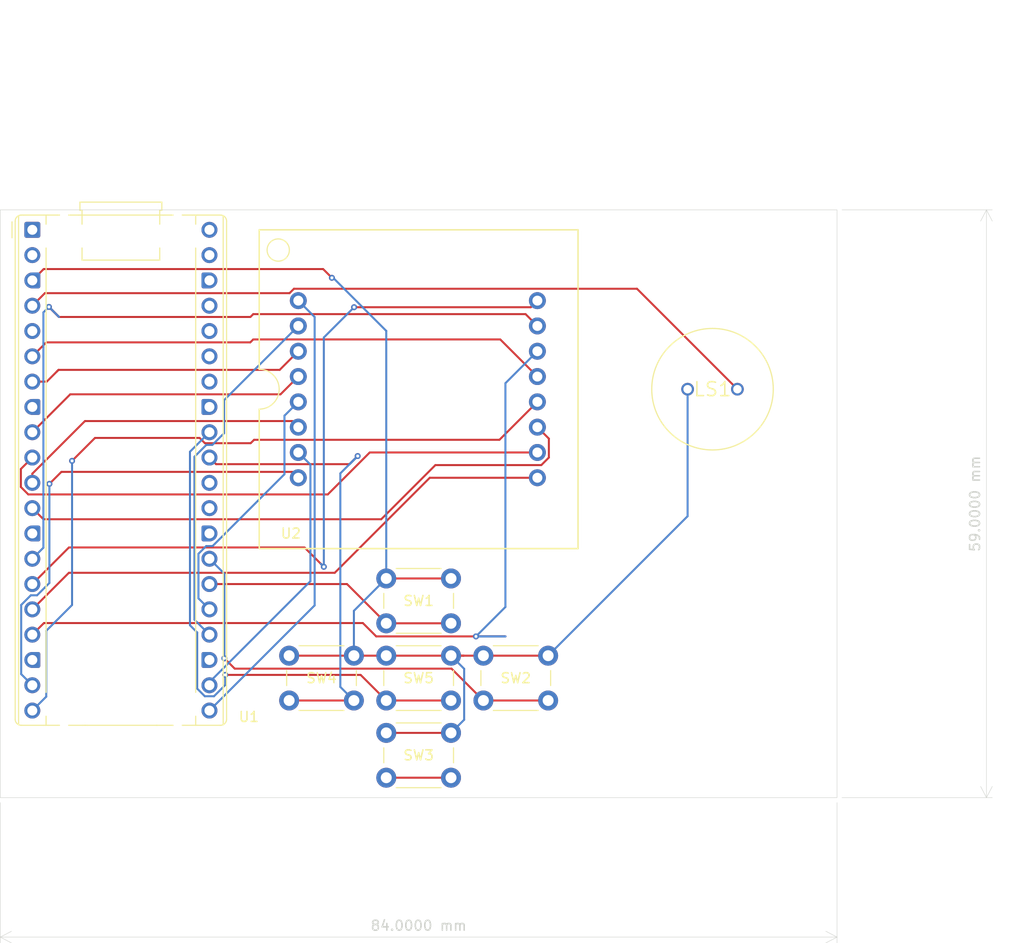
<source format=kicad_pcb>
(kicad_pcb (version 20240108) (generator "pcbnew") (generator_version "8.0")
  (layers (0 "F.Cu" signal) (31 "B.Cu" signal) (34 "B.Paste" user) (35 "F.Paste" user) (36 "B.SilkS" user "B.Silkscreen") (37 "F.SilkS" user "F.Silkscreen") (38 "B.Mask" user) (39 "F.Mask" user) (44 "Edge.Cuts" user))
  (net 0 "")
  (net 1 "GND")
  (net 2 "GP20")
  (net 3 "GP21")
  (net 4 "GP22")
  (net 5 "GP26")
  (net 6 "GP27")
  (net 8 "GP12")
  (net 9 "GP2")
  (net 15 "GP13")
  (net 18 "GP14")
  (net 20 "GP6")
  (net 21 "GP5")
  (net 23 "GP19")
  (net 24 "GP10")
  (net 25 "GP7")
  (net 26 "GP17")
  (net 27 "GP18")
  (net 30 "GP9")
  (net 32 "GP16")
  (net 36 "GP15")
  (net 37 "GP11")
  (net 38 "GP8")
  (net 41 "GP4")
  (footprint "Button_Switch_THT:SW_PUSH_6mm" (layer "F.Cu") (at 72.75 90.5)
    (property "Reference" "SW3" (at 3.25 2.25 0) (layer "F.SilkS"))
    (property "Value" "SW_Push" (hide yes))
    (fp_line (start -0.25 1.5) (end -0.25 3) (stroke (width 0.12)) (layer "F.SilkS"))
    (fp_line (start 1 5.5) (end 5.5 5.5) (stroke (width 0.12)) (layer "F.SilkS"))
    (fp_line (start 5.5 -1) (end 1 -1) (stroke (width 0.12)) (layer "F.SilkS"))
    (fp_line (start 6.75 3) (end 6.75 1.5) (stroke (width 0.12)) (layer "F.SilkS"))
    (pad "1" thru_hole circle (at 0 0 90) (size 2 2) (drill 1.1) (layers "*.Cu" "*.Mask") (net 1 "GND"))
    (pad "1" thru_hole circle (at 6.5 0 90) (size 2 2) (drill 1.1) (layers "*.Cu" "*.Mask") (net 1 "GND"))
    (pad "2" thru_hole circle (at 0 4.5 90) (size 2 2) (drill 1.1) (layers "*.Cu" "*.Mask") (net 4 "GP22"))
    (pad "2" thru_hole circle (at 6.5 4.5 90) (size 2 2) (drill 1.1) (layers "*.Cu" "*.Mask") (net 4 "GP22"))
  )
  (footprint "PS1240P02BT Model:XDCR_PS1240P02BT" (layer "F.Cu") (at 105.5 56)
    (property "Reference" "LS1" (at 0 0 0) (layer "F.SilkS") (effects (font (size 1.4 1.4))))
    (property "Value" "PS1240P02BT" (hide yes))
    (fp_circle (center 0 0) (end 6.1 0) (stroke (width 0.127)) (fill none) (layer "F.SilkS"))
    (pad "1" thru_hole circle (at -2.5 0) (size 1.28 1.28) (drill 0.85) (layers "*.Cu" "*.Mask") (net 1 "GND"))
    (pad "2" thru_hole circle (at 2.5 0) (size 1.28 1.28) (drill 0.85) (layers "*.Cu" "*.Mask") (net 9 "GP2"))
  )
  (footprint "Button_Switch_THT:SW_PUSH_6mm" (layer "F.Cu") (at 72.75 75)
    (property "Reference" "SW1" (at 3.25 2.25 0) (layer "F.SilkS"))
    (property "Value" "SW_Push" (hide yes))
    (fp_line (start -0.25 1.5) (end -0.25 3) (stroke (width 0.12)) (layer "F.SilkS"))
    (fp_line (start 1 5.5) (end 5.5 5.5) (stroke (width 0.12)) (layer "F.SilkS"))
    (fp_line (start 5.5 -1) (end 1 -1) (stroke (width 0.12)) (layer "F.SilkS"))
    (fp_line (start 6.75 3) (end 6.75 1.5) (stroke (width 0.12)) (layer "F.SilkS"))
    (pad "1" thru_hole circle (at 0 0 90) (size 2 2) (drill 1.1) (layers "*.Cu" "*.Mask") (net 1 "GND"))
    (pad "1" thru_hole circle (at 6.5 0 90) (size 2 2) (drill 1.1) (layers "*.Cu" "*.Mask") (net 1 "GND"))
    (pad "2" thru_hole circle (at 0 4.5 90) (size 2 2) (drill 1.1) (layers "*.Cu" "*.Mask") (net 2 "GP20"))
    (pad "2" thru_hole circle (at 6.5 4.5 90) (size 2 2) (drill 1.1) (layers "*.Cu" "*.Mask") (net 2 "GP20"))
  )
  (footprint "Button_Switch_THT:SW_PUSH_6mm" (layer "F.Cu") (at 63 82.75)
    (property "Reference" "SW4" (at 3.25 2.25 0) (layer "F.SilkS"))
    (property "Value" "SW_Push" (hide yes))
    (fp_line (start -0.25 1.5) (end -0.25 3) (stroke (width 0.12)) (layer "F.SilkS"))
    (fp_line (start 1 5.5) (end 5.5 5.5) (stroke (width 0.12)) (layer "F.SilkS"))
    (fp_line (start 5.5 -1) (end 1 -1) (stroke (width 0.12)) (layer "F.SilkS"))
    (fp_line (start 6.75 3) (end 6.75 1.5) (stroke (width 0.12)) (layer "F.SilkS"))
    (pad "1" thru_hole circle (at 0 0 90) (size 2 2) (drill 1.1) (layers "*.Cu" "*.Mask") (net 1 "GND"))
    (pad "1" thru_hole circle (at 6.5 0 90) (size 2 2) (drill 1.1) (layers "*.Cu" "*.Mask") (net 1 "GND"))
    (pad "2" thru_hole circle (at 0 4.5 90) (size 2 2) (drill 1.1) (layers "*.Cu" "*.Mask") (net 5 "GP26"))
    (pad "2" thru_hole circle (at 6.5 4.5 90) (size 2 2) (drill 1.1) (layers "*.Cu" "*.Mask") (net 5 "GP26"))
  )
  (footprint "Button_Switch_THT:SW_PUSH_6mm" (layer "F.Cu") (at 82.5 82.75)
    (property "Reference" "SW2" (at 3.25 2.25 0) (layer "F.SilkS"))
    (property "Value" "SW_Push" (hide yes))
    (fp_line (start -0.25 1.5) (end -0.25 3) (stroke (width 0.12)) (layer "F.SilkS"))
    (fp_line (start 1 5.5) (end 5.5 5.5) (stroke (width 0.12)) (layer "F.SilkS"))
    (fp_line (start 5.5 -1) (end 1 -1) (stroke (width 0.12)) (layer "F.SilkS"))
    (fp_line (start 6.75 3) (end 6.75 1.5) (stroke (width 0.12)) (layer "F.SilkS"))
    (pad "1" thru_hole circle (at 0 0 90) (size 2 2) (drill 1.1) (layers "*.Cu" "*.Mask") (net 1 "GND"))
    (pad "1" thru_hole circle (at 6.5 0 90) (size 2 2) (drill 1.1) (layers "*.Cu" "*.Mask") (net 1 "GND"))
    (pad "2" thru_hole circle (at 0 4.5 90) (size 2 2) (drill 1.1) (layers "*.Cu" "*.Mask") (net 3 "GP21"))
    (pad "2" thru_hole circle (at 6.5 4.5 90) (size 2 2) (drill 1.1) (layers "*.Cu" "*.Mask") (net 3 "GP21"))
  )
  (footprint "Kicad LED Dot Matrix main lib:LED_1088_Pin_Header" (layer "F.Cu") (at 60 40)
    (property "Reference" "U2" (at 3.175 30.48 0) (layer "F.SilkS"))
    (property "Value" "1088AS")
    (fp_line (start 0 0) (end 0 14) (stroke (width 0.15)) (layer "F.SilkS"))
    (fp_line (start 0 18) (end 0 32) (stroke (width 0.15)) (layer "F.SilkS"))
    (fp_line (start 0 32) (end 32 32) (stroke (width 0.15)) (layer "F.SilkS"))
    (fp_line (start 32 0) (end 0 0) (stroke (width 0.15)) (layer "F.SilkS"))
    (fp_line (start 32 32) (end 32 0) (stroke (width 0.15)) (layer "F.SilkS"))
    (fp_arc (start 0 14) (mid 1.414214 14.585786) (end 2 16) (stroke (width 0.12)) (layer "F.SilkS"))
    (fp_arc (start 2 16) (mid 1.414214 17.414214) (end 0 18) (stroke (width 0.12)) (layer "F.SilkS"))
    (fp_circle (center 1.905 2.03) (end 1.905 0.911966) (stroke (width 0.12)) (fill none) (layer "F.SilkS"))
    (pad "1" thru_hole circle (at 3.92 7.11 270) (size 1.7 1.7) (drill 1) (layers "*.Cu" "*.Mask") (net 32 "GP16"))
    (pad "2" thru_hole circle (at 3.92 9.65 270) (size 1.7 1.7) (drill 1) (layers "*.Cu" "*.Mask") (net 27 "GP18"))
    (pad "3" thru_hole circle (at 3.92 12.19 270) (size 1.7 1.7) (drill 1) (layers "*.Cu" "*.Mask") (net 21 "GP5"))
    (pad "4" thru_hole circle (at 3.92 14.73 270) (size 1.7 1.7) (drill 1) (layers "*.Cu" "*.Mask") (net 20 "GP6"))
    (pad "5" thru_hole circle (at 3.92 17.27 270) (size 1.7 1.7) (drill 1) (layers "*.Cu" "*.Mask") (net 23 "GP19"))
    (pad "6" thru_hole circle (at 3.92 19.81 270) (size 1.7 1.7) (drill 1) (layers "*.Cu" "*.Mask") (net 38 "GP8"))
    (pad "7" thru_hole circle (at 3.92 22.35 270) (size 1.7 1.7) (drill 1) (layers "*.Cu" "*.Mask") (net 26 "GP17"))
    (pad "8" thru_hole circle (at 3.92 24.89 270) (size 1.7 1.7) (drill 1) (layers "*.Cu" "*.Mask") (net 18 "GP14"))
    (pad "9" thru_hole circle (at 27.92 24.89 270) (size 1.7 1.7) (drill 1) (layers "*.Cu" "*.Mask") (net 8 "GP12"))
    (pad "10" thru_hole circle (at 27.92 22.35 270) (size 1.7 1.7) (drill 1) (layers "*.Cu" "*.Mask") (net 25 "GP7"))
    (pad "11" thru_hole circle (at 27.92 19.81 270) (size 1.7 1.7) (drill 1) (layers "*.Cu" "*.Mask") (net 30 "GP9"))
    (pad "12" thru_hole circle (at 27.92 17.27 270) (size 1.7 1.7) (drill 1) (layers "*.Cu" "*.Mask") (net 36 "GP15"))
    (pad "13" thru_hole circle (at 27.92 14.73 270) (size 1.7 1.7) (drill 1) (layers "*.Cu" "*.Mask") (net 41 "GP4"))
    (pad "14" thru_hole circle (at 27.92 12.19 270) (size 1.7 1.7) (drill 1) (layers "*.Cu" "*.Mask") (net 15 "GP13"))
    (pad "15" thru_hole circle (at 27.92 9.65 270) (size 1.7 1.7) (drill 1) (layers "*.Cu" "*.Mask") (net 24 "GP10"))
    (pad "16" thru_hole circle (at 27.92 7.11 270) (size 1.7 1.7) (drill 1) (layers "*.Cu" "*.Mask") (net 37 "GP11"))
  )
  (footprint "Module:RaspberryPi_Pico_Common_THT" (layer "F.Cu") (at 37.22 40)
    (property "Reference" "U1" (at 20.6375 48.895 0) (layer "F.SilkS") (effects (justify left)))
    (property "Value" "Pico")
    (fp_line (start -2.04 0.8) (end -2.04 -0.8) (stroke (width 0.12)) (layer "F.SilkS"))
    (fp_line (start -1.72 -0.87) (end -1.72 49.13) (stroke (width 0.12)) (layer "F.SilkS"))
    (fp_line (start -1.38 -1.417) (end -1.38 49.677) (stroke (width 0.12)) (layer "F.SilkS"))
    (fp_line (start -1.11 -1.48) (end 1.38 -1.48) (stroke (width 0.12)) (layer "F.SilkS"))
    (fp_line (start -1.11 49.74) (end 2.727939 49.74) (stroke (width 0.12)) (layer "F.SilkS"))
    (fp_line (start 1.38 -1.48) (end 1.38 -0.56648) (stroke (width 0.12)) (layer "F.SilkS"))
    (fp_line (start 1.38 -1.48) (end 2.72794 -1.48) (stroke (width 0.12)) (layer "F.SilkS"))
    (fp_line (start 1.38 1.82648) (end 1.38 46.43352) (stroke (width 0.12)) (layer "F.SilkS"))
    (fp_line (start 1.38 48.82648) (end 1.38 49.74) (stroke (width 0.12)) (layer "F.SilkS"))
    (fp_line (start 3.652061 -1.48) (end 4.655 -1.48) (stroke (width 0.12)) (layer "F.SilkS"))
    (fp_line (start 4.655 -1.48) (end 13.125 -1.48) (stroke (width 0.12)) (layer "F.SilkS"))
    (fp_line (start 4.78 -2.78) (end 4.78 -1.96) (stroke (width 0.12)) (layer "F.SilkS"))
    (fp_line (start 4.78 -2.78) (end 13 -2.78) (stroke (width 0.12)) (layer "F.SilkS"))
    (fp_line (start 4.78 -1.96) (end 4.99 -1.96) (stroke (width 0.12)) (layer "F.SilkS"))
    (fp_line (start 4.99 -1.96) (end 4.99 -0.564) (stroke (width 0.12)) (layer "F.SilkS"))
    (fp_line (start 4.99 1.824) (end 4.99 3.04) (stroke (width 0.12)) (layer "F.SilkS"))
    (fp_line (start 5.29 49.74) (end 3.652061 49.74) (stroke (width 0.12)) (layer "F.SilkS"))
    (fp_line (start 12.49 49.74) (end 5.29 49.74) (stroke (width 0.12)) (layer "F.SilkS"))
    (fp_line (start 12.79 -1.96) (end 12.79 -0.564) (stroke (width 0.12)) (layer "F.SilkS"))
    (fp_line (start 12.79 1.824) (end 12.79 3.04) (stroke (width 0.12)) (layer "F.SilkS"))
    (fp_line (start 12.79 3.04) (end 4.99 3.04) (stroke (width 0.12)) (layer "F.SilkS"))
    (fp_line (start 13 -2.78) (end 13 -1.96) (stroke (width 0.12)) (layer "F.SilkS"))
    (fp_line (start 13 -1.96) (end 12.79 -1.96) (stroke (width 0.12)) (layer "F.SilkS"))
    (fp_line (start 13.125 -1.48) (end 14.127939 -1.48) (stroke (width 0.12)) (layer "F.SilkS"))
    (fp_line (start 14.127939 49.74) (end 12.49 49.74) (stroke (width 0.12)) (layer "F.SilkS"))
    (fp_line (start 15.052061 -1.48) (end 16.4 -1.48) (stroke (width 0.12)) (layer "F.SilkS"))
    (fp_line (start 15.052061 49.74) (end 18.89 49.74) (stroke (width 0.12)) (layer "F.SilkS"))
    (fp_line (start 16.4 -1.48) (end 16.4 -0.56648) (stroke (width 0.12)) (layer "F.SilkS"))
    (fp_line (start 16.4 1.82648) (end 16.4 46.43352) (stroke (width 0.12)) (layer "F.SilkS"))
    (fp_line (start 16.4 48.82648) (end 16.4 49.74) (stroke (width 0.12)) (layer "F.SilkS"))
    (fp_line (start 18.89 -1.48) (end 16.4 -1.48) (stroke (width 0.12)) (layer "F.SilkS"))
    (fp_line (start 19.16 49.677) (end 19.16 -1.417) (stroke (width 0.12)) (layer "F.SilkS"))
    (fp_line (start 19.5 -0.87) (end 19.5 49.13) (stroke (width 0.12)) (layer "F.SilkS"))
    (fp_arc (start -1.72 -0.87) (mid -1.541335 -1.301335) (end -1.11 -1.48) (stroke (width 0.12)) (layer "F.SilkS"))
    (fp_arc (start -1.11 49.74) (mid -1.541364 49.561364) (end -1.72 49.13) (stroke (width 0.12)) (layer "F.SilkS"))
    (fp_arc (start 18.89 -1.48) (mid 19.321335 -1.301335) (end 19.5 -0.87) (stroke (width 0.12)) (layer "F.SilkS"))
    (fp_arc (start 19.5 49.13) (mid 19.321335 49.561335) (end 18.89 49.74) (stroke (width 0.12)) (layer "F.SilkS"))
    (pad "1" thru_hole roundrect (at 0 0) (size 1.6 1.6) (drill 1) (layers "*.Cu" "*.Mask") (roundrect_rratio 0.125))
    (pad "2" thru_hole circle (at 0 2.54) (size 1.6 1.6) (drill 1) (layers "*.Cu" "*.Mask"))
    (pad "3" thru_hole custom (at 0 5.08) (size 1.6 1.6) (drill 1) (layers "*.Cu" "*.Mask") (net 1 "GND") (options (clearance outline) (anchor circle)) (primitives (gr_poly (pts (xy 0.8 0.6) (xy 0.8 -0.6) (xy 0.6 -0.8) (xy 0 -0.8) (xy 0 0.8) (xy 0.6 0.8)) (width 0) (fill yes)) (gr_circle (center 0.6 0.6) (end 0.8 0.6) (width 0) (fill yes)) (gr_circle (center 0.6 -0.6) (end 0.8 -0.6) (width 0) (fill yes))))
    (pad "4" thru_hole circle (at 0 7.62) (size 1.6 1.6) (drill 1) (layers "*.Cu" "*.Mask") (net 9 "GP2"))
    (pad "5" thru_hole circle (at 0 10.16) (size 1.6 1.6) (drill 1) (layers "*.Cu" "*.Mask"))
    (pad "6" thru_hole circle (at 0 12.7) (size 1.6 1.6) (drill 1) (layers "*.Cu" "*.Mask") (net 41 "GP4"))
    (pad "7" thru_hole circle (at 0 15.24) (size 1.6 1.6) (drill 1) (layers "*.Cu" "*.Mask") (net 21 "GP5"))
    (pad "8" thru_hole custom (at 0 17.78) (size 1.6 1.6) (drill 1) (layers "*.Cu" "*.Mask") (options (clearance outline) (anchor circle)) (primitives (gr_poly (pts (xy 0.8 0.6) (xy 0.8 -0.6) (xy 0.6 -0.8) (xy 0 -0.8) (xy 0 0.8) (xy 0.6 0.8)) (width 0) (fill yes)) (gr_circle (center 0.6 0.6) (end 0.8 0.6) (width 0) (fill yes)) (gr_circle (center 0.6 -0.6) (end 0.8 -0.6) (width 0) (fill yes))))
    (pad "9" thru_hole circle (at 0 20.32) (size 1.6 1.6) (drill 1) (layers "*.Cu" "*.Mask") (net 20 "GP6"))
    (pad "10" thru_hole circle (at 0 22.86) (size 1.6 1.6) (drill 1) (layers "*.Cu" "*.Mask") (net 25 "GP7"))
    (pad "11" thru_hole circle (at 0 25.4) (size 1.6 1.6) (drill 1) (layers "*.Cu" "*.Mask") (net 38 "GP8"))
    (pad "12" thru_hole circle (at 0 27.94) (size 1.6 1.6) (drill 1) (layers "*.Cu" "*.Mask") (net 30 "GP9"))
    (pad "13" thru_hole custom (at 0 30.48) (size 1.6 1.6) (drill 1) (layers "*.Cu" "*.Mask") (options (clearance outline) (anchor circle)) (primitives (gr_poly (pts (xy 0.8 0.6) (xy 0.8 -0.6) (xy 0.6 -0.8) (xy 0 -0.8) (xy 0 0.8) (xy 0.6 0.8)) (width 0) (fill yes)) (gr_circle (center 0.6 0.6) (end 0.8 0.6) (width 0) (fill yes)) (gr_circle (center 0.6 -0.6) (end 0.8 -0.6) (width 0) (fill yes))))
    (pad "14" thru_hole circle (at 0 33.02) (size 1.6 1.6) (drill 1) (layers "*.Cu" "*.Mask") (net 24 "GP10"))
    (pad "15" thru_hole circle (at 0 35.56) (size 1.6 1.6) (drill 1) (layers "*.Cu" "*.Mask") (net 37 "GP11"))
    (pad "16" thru_hole circle (at 0 38.1) (size 1.6 1.6) (drill 1) (layers "*.Cu" "*.Mask") (net 8 "GP12"))
    (pad "17" thru_hole circle (at 0 40.64) (size 1.6 1.6) (drill 1) (layers "*.Cu" "*.Mask") (net 15 "GP13"))
    (pad "18" thru_hole custom (at 0 43.18) (size 1.6 1.6) (drill 1) (layers "*.Cu" "*.Mask") (options (clearance outline) (anchor circle)) (primitives (gr_poly (pts (xy 0.8 0.6) (xy 0.8 -0.6) (xy 0.6 -0.8) (xy 0 -0.8) (xy 0 0.8) (xy 0.6 0.8)) (width 0) (fill yes)) (gr_circle (center 0.6 0.6) (end 0.8 0.6) (width 0) (fill yes)) (gr_circle (center 0.6 -0.6) (end 0.8 -0.6) (width 0) (fill yes))))
    (pad "19" thru_hole circle (at 0 45.72) (size 1.6 1.6) (drill 1) (layers "*.Cu" "*.Mask") (net 18 "GP14"))
    (pad "20" thru_hole circle (at 0 48.26) (size 1.6 1.6) (drill 1) (layers "*.Cu" "*.Mask") (net 36 "GP15"))
    (pad "21" thru_hole circle (at 17.78 48.26) (size 1.6 1.6) (drill 1) (layers "*.Cu" "*.Mask") (net 32 "GP16"))
    (pad "22" thru_hole circle (at 17.78 45.72) (size 1.6 1.6) (drill 1) (layers "*.Cu" "*.Mask") (net 26 "GP17"))
    (pad "23" thru_hole custom (at 17.78 43.18) (size 1.6 1.6) (drill 1) (layers "*.Cu" "*.Mask") (options (clearance outline) (anchor circle)) (primitives (gr_poly (pts (xy -0.8 0.6) (xy -0.8 -0.6) (xy -0.6 -0.8) (xy 0 -0.8) (xy 0 0.8) (xy -0.6 0.8)) (width 0) (fill yes)) (gr_circle (center -0.6 0.6) (end -0.4 0.6) (width 0) (fill yes)) (gr_circle (center -0.6 -0.6) (end -0.4 -0.6) (width 0) (fill yes))))
    (pad "24" thru_hole circle (at 17.78 40.64) (size 1.6 1.6) (drill 1) (layers "*.Cu" "*.Mask") (net 27 "GP18"))
    (pad "25" thru_hole circle (at 17.78 38.1) (size 1.6 1.6) (drill 1) (layers "*.Cu" "*.Mask") (net 23 "GP19"))
    (pad "26" thru_hole circle (at 17.78 35.56) (size 1.6 1.6) (drill 1) (layers "*.Cu" "*.Mask") (net 2 "GP20"))
    (pad "27" thru_hole circle (at 17.78 33.02) (size 1.6 1.6) (drill 1) (layers "*.Cu" "*.Mask") (net 3 "GP21"))
    (pad "28" thru_hole custom (at 17.78 30.48) (size 1.6 1.6) (drill 1) (layers "*.Cu" "*.Mask") (options (clearance outline) (anchor circle)) (primitives (gr_poly (pts (xy -0.8 0.6) (xy -0.8 -0.6) (xy -0.6 -0.8) (xy 0 -0.8) (xy 0 0.8) (xy -0.6 0.8)) (width 0) (fill yes)) (gr_circle (center -0.6 0.6) (end -0.4 0.6) (width 0) (fill yes)) (gr_circle (center -0.6 -0.6) (end -0.4 -0.6) (width 0) (fill yes))))
    (pad "29" thru_hole circle (at 17.78 27.94) (size 1.6 1.6) (drill 1) (layers "*.Cu" "*.Mask"))
    (pad "30" thru_hole circle (at 17.78 25.4) (size 1.6 1.6) (drill 1) (layers "*.Cu" "*.Mask"))
    (pad "31" thru_hole circle (at 17.78 22.86) (size 1.6 1.6) (drill 1) (layers "*.Cu" "*.Mask") (net 5 "GP26"))
    (pad "32" thru_hole circle (at 17.78 20.32) (size 1.6 1.6) (drill 1) (layers "*.Cu" "*.Mask") (net 6 "GP27"))
    (pad "33" thru_hole custom (at 17.78 17.78) (size 1.6 1.6) (drill 1) (layers "*.Cu" "*.Mask") (options (clearance outline) (anchor circle)) (primitives (gr_poly (pts (xy -0.8 0.6) (xy -0.8 -0.6) (xy -0.6 -0.8) (xy 0 -0.8) (xy 0 0.8) (xy -0.6 0.8)) (width 0) (fill yes)) (gr_circle (center -0.6 0.6) (end -0.4 0.6) (width 0) (fill yes)) (gr_circle (center -0.6 -0.6) (end -0.4 -0.6) (width 0) (fill yes))))
    (pad "34" thru_hole circle (at 17.78 15.24) (size 1.6 1.6) (drill 1) (layers "*.Cu" "*.Mask"))
    (pad "35" thru_hole circle (at 17.78 12.7) (size 1.6 1.6) (drill 1) (layers "*.Cu" "*.Mask"))
    (pad "36" thru_hole circle (at 17.78 10.16) (size 1.6 1.6) (drill 1) (layers "*.Cu" "*.Mask"))
    (pad "37" thru_hole circle (at 17.78 7.62) (size 1.6 1.6) (drill 1) (layers "*.Cu" "*.Mask"))
    (pad "38" thru_hole custom (at 17.78 5.08) (size 1.6 1.6) (drill 1) (layers "*.Cu" "*.Mask") (options (clearance outline) (anchor circle)) (primitives (gr_poly (pts (xy -0.8 0.6) (xy -0.8 -0.6) (xy -0.6 -0.8) (xy 0 -0.8) (xy 0 0.8) (xy -0.6 0.8)) (width 0) (fill yes)) (gr_circle (center -0.6 0.6) (end -0.4 0.6) (width 0) (fill yes)) (gr_circle (center -0.6 -0.6) (end -0.4 -0.6) (width 0) (fill yes))))
    (pad "39" thru_hole circle (at 17.78 2.54) (size 1.6 1.6) (drill 1) (layers "*.Cu" "*.Mask"))
    (pad "40" thru_hole circle (at 17.78 0) (size 1.6 1.6) (drill 1) (layers "*.Cu" "*.Mask"))
  )
  (footprint "Button_Switch_THT:SW_PUSH_6mm" (layer "F.Cu") (at 72.75 82.75)
    (property "Reference" "SW5" (at 3.25 2.25 0) (layer "F.SilkS"))
    (property "Value" "SW_Push" (hide yes))
    (fp_line (start -0.25 1.5) (end -0.25 3) (stroke (width 0.12)) (layer "F.SilkS"))
    (fp_line (start 1 5.5) (end 5.5 5.5) (stroke (width 0.12)) (layer "F.SilkS"))
    (fp_line (start 5.5 -1) (end 1 -1) (stroke (width 0.12)) (layer "F.SilkS"))
    (fp_line (start 6.75 3) (end 6.75 1.5) (stroke (width 0.12)) (layer "F.SilkS"))
    (pad "1" thru_hole circle (at 0 0 90) (size 2 2) (drill 1.1) (layers "*.Cu" "*.Mask") (net 1 "GND"))
    (pad "1" thru_hole circle (at 6.5 0 90) (size 2 2) (drill 1.1) (layers "*.Cu" "*.Mask") (net 1 "GND"))
    (pad "2" thru_hole circle (at 0 4.5 90) (size 2 2) (drill 1.1) (layers "*.Cu" "*.Mask") (net 6 "GP27"))
    (pad "2" thru_hole circle (at 6.5 4.5 90) (size 2 2) (drill 1.1) (layers "*.Cu" "*.Mask") (net 6 "GP27"))
  )
  (gr_rect (start 34 38) (end 118 97) (stroke (width 0.05)) (fill none) (layer "Edge.Cuts"))
  (dimension (type aligned) (layer "Edge.Cuts") (pts (xy 34 97) (xy 118 97)) (height 13.999999) (gr_text "84.0000 mm" (at 76 109.849999 0) (layer "Edge.Cuts") (effects (font (size 1 1) (thickness 0.15)))) (format (prefix "") (suffix "") (units 3) (units_format 1) (precision 4)) (style (thickness 0.05) (arrow_length 1.27) (text_position_mode 0) (extension_height 0.58642) (extension_offset 0.5) keep_text_aligned))
  (dimension (type aligned) (layer "Edge.Cuts") (pts (xy 118 38) (xy 118 97)) (height -15) (gr_text "59.0000 mm" (at 131.85 67.5 90) (layer "Edge.Cuts") (effects (font (size 1 1) (thickness 0.15)))) (format (prefix "") (suffix "") (units 3) (units_format 1) (precision 4)) (style (thickness 0.05) (arrow_length 1.27) (text_position_mode 0) (extension_height 0.58642) (extension_offset 0.5) keep_text_aligned))
  (segment (start 66.4115 43.939) (end 67.2903 44.8178) (width 0.2) (layer "F.Cu") (net 1))
  (segment (start 72.75 75) (end 79.25 75) (width 0.2) (layer "F.Cu") (net 1))
  (segment (start 79.25 90.5) (end 72.75 90.5) (width 0.2) (layer "F.Cu") (net 1))
  (segment (start 69.5 82.75) (end 72.75 82.75) (width 0.2) (layer "F.Cu") (net 1))
  (segment (start 80.5196 82.75) (end 79.25 82.75) (width 0.2) (layer "F.Cu") (net 1))
  (segment (start 37.22 45.08) (end 38.361 43.939) (width 0.2) (layer "F.Cu") (net 1))
  (segment (start 89 82.75) (end 82.5 82.75) (width 0.2) (layer "F.Cu") (net 1))
  (segment (start 63 82.75) (end 69.5 82.75) (width 0.2) (layer "F.Cu") (net 1))
  (segment (start 82.5 82.75) (end 80.5196 82.75) (width 0.2) (layer "F.Cu") (net 1))
  (segment (start 80.5196 82.75) (end 72.75 82.75) (width 0.2) (layer "F.Cu") (net 1))
  (segment (start 38.361 43.939) (end 66.4115 43.939) (width 0.2) (layer "F.Cu") (net 1))
  (via (at 67.2903 44.8178) (size 0.6) (drill 0.3) (layers "F.Cu" "B.Cu") (net 1))
  (segment (start 79.25 90.5) (end 80.5703 89.1797) (width 0.2) (layer "B.Cu") (net 1))
  (segment (start 72.75 75) (end 69.5 78.25) (width 0.2) (layer "B.Cu") (net 1))
  (segment (start 72.75 50.1488) (end 67.419 44.8178) (width 0.2) (layer "B.Cu") (net 1))
  (segment (start 72.75 75) (end 72.75 50.1488) (width 0.2) (layer "B.Cu") (net 1))
  (segment (start 67.419 44.8178) (end 67.2903 44.8178) (width 0.2) (layer "B.Cu") (net 1))
  (segment (start 80.5703 89.1797) (end 80.5703 84.0703) (width 0.2) (layer "B.Cu") (net 1))
  (segment (start 103 56) (end 103 68.75) (width 0.2) (layer "B.Cu") (net 1))
  (segment (start 103 68.75) (end 89 82.75) (width 0.2) (layer "B.Cu") (net 1))
  (segment (start 69.5 78.25) (end 69.5 82.75) (width 0.2) (layer "B.Cu") (net 1))
  (segment (start 80.5703 84.0703) (end 79.25 82.75) (width 0.2) (layer "B.Cu") (net 1))
  (segment (start 68.81 75.56) (end 72.75 79.5) (width 0.2) (layer "F.Cu") (net 2))
  (segment (start 55 75.56) (end 68.81 75.56) (width 0.2) (layer "F.Cu") (net 2))
  (segment (start 72.75 79.5) (end 79.25 79.5) (width 0.2) (layer "F.Cu") (net 2))
  (segment (start 57.5367 84.0517) (end 79.3017 84.0517) (width 0.2) (layer "F.Cu") (net 3))
  (segment (start 56.499 83.014) (end 57.5367 84.0517) (width 0.2) (layer "F.Cu") (net 3))
  (segment (start 89 87.25) (end 82.5 87.25) (width 0.2) (layer "F.Cu") (net 3))
  (segment (start 79.3017 84.0517) (end 82.5 87.25) (width 0.2) (layer "F.Cu") (net 3))
  (via (at 56.499 83.014) (size 0.6) (drill 0.3) (layers "F.Cu" "B.Cu") (net 3))
  (segment (start 55 73.02) (end 56.499 74.519) (width 0.2) (layer "B.Cu") (net 3))
  (segment (start 56.499 74.519) (end 56.499 83.014) (width 0.2) (layer "B.Cu") (net 3))
  (segment (start 72.75 95) (end 79.25 95) (width 0.2) (layer "F.Cu") (net 4))
  (segment (start 69.5 87.25) (end 63 87.25) (width 0.2) (layer "F.Cu") (net 5))
  (segment (start 69.0651 63.525) (end 55.665 63.525) (width 0.2) (layer "F.Cu") (net 5))
  (segment (start 55.665 63.525) (end 55 62.86) (width 0.2) (layer "F.Cu") (net 5))
  (segment (start 69.0651 63.525) (end 69.8805 62.7096) (width 0.2) (layer "F.Cu") (net 5))
  (segment (start 69.8805 62.7096) (end 69.0651 63.525) (width 0.2) (layer "F.Cu") (net 5))
  (segment (start 69.8805 62.7096) (end 69.0651 63.525) (width 0.2) (layer "F.Cu") (net 5))
  (via (at 69.8805 62.7096) (size 0.6) (drill 0.3) (layers "F.Cu" "B.Cu") (net 5))
  (segment (start 68.1391 64.451) (end 69.8805 62.7096) (width 0.2) (layer "B.Cu") (net 5))
  (segment (start 68.1391 85.8891) (end 68.1391 64.451) (width 0.2) (layer "B.Cu") (net 5))
  (segment (start 69.0651 63.525) (end 69.8805 62.7096) (width 0.2) (layer "B.Cu") (net 5))
  (segment (start 69.8805 62.7096) (end 69.0651 63.525) (width 0.2) (layer "B.Cu") (net 5))
  (segment (start 69.5 87.25) (end 68.1391 85.8891) (width 0.2) (layer "B.Cu") (net 5))
  (segment (start 70.1788 84.6788) (end 72.75 87.25) (width 0.2) (layer "F.Cu") (net 6))
  (segment (start 79.25 87.25) (end 72.75 87.25) (width 0.2) (layer "F.Cu") (net 6))
  (segment (start 56.5818 84.6788) (end 70.1788 84.6788) (width 0.2) (layer "F.Cu") (net 6))
  (via (at 56.5818 84.6788) (size 0.6) (drill 0.3) (layers "F.Cu" "B.Cu") (net 6))
  (segment (start 53.7724 80.4229) (end 53.7724 86.0594) (width 0.2) (layer "B.Cu") (net 6))
  (segment (start 55.4553 86.8228) (end 56.5818 85.6963) (width 0.2) (layer "B.Cu") (net 6))
  (segment (start 53.0427 62.2773) (end 53.0427 79.6932) (width 0.2) (layer "B.Cu") (net 6))
  (segment (start 53.7724 86.0594) (end 54.5358 86.8228) (width 0.2) (layer "B.Cu") (net 6))
  (segment (start 56.5818 85.6963) (end 56.5818 84.6788) (width 0.2) (layer "B.Cu") (net 6))
  (segment (start 54.5358 86.8228) (end 55.4553 86.8228) (width 0.2) (layer "B.Cu") (net 6))
  (segment (start 55 60.32) (end 53.0427 62.2773) (width 0.2) (layer "B.Cu") (net 6))
  (segment (start 53.0427 79.6932) (end 53.7724 80.4229) (width 0.2) (layer "B.Cu") (net 6))
  (segment (start 37.22 78.1) (end 40.8901 74.4299) (width 0.2) (layer "F.Cu") (net 8))
  (segment (start 67.5786 74.4299) (end 77.1185 64.89) (width 0.2) (layer "F.Cu") (net 8))
  (segment (start 40.8901 74.4299) (end 67.5786 74.4299) (width 0.2) (layer "F.Cu") (net 8))
  (segment (start 77.1185 64.89) (end 87.92 64.89) (width 0.2) (layer "F.Cu") (net 8))
  (segment (start 97.9157 45.9157) (end 63.4856 45.9157) (width 0.2) (layer "F.Cu") (net 9))
  (segment (start 63.4856 45.9157) (end 63.0411 46.3602) (width 0.2) (layer "F.Cu") (net 9))
  (segment (start 38.4798 46.3602) (end 37.22 47.62) (width 0.2) (layer "F.Cu") (net 9))
  (segment (start 63.0411 46.3602) (end 38.4798 46.3602) (width 0.2) (layer "F.Cu") (net 9))
  (segment (start 108 56) (end 97.9157 45.9157) (width 0.2) (layer "F.Cu") (net 9))
  (segment (start 70.4032 79.4757) (end 71.7433 80.8158) (width 0.2) (layer "F.Cu") (net 15))
  (segment (start 37.22 80.64) (end 38.3843 79.4757) (width 0.2) (layer "F.Cu") (net 15))
  (segment (start 81.7555 80.8158) (end 84.7113 80.8158) (width 0.2) (layer "F.Cu") (net 15))
  (segment (start 71.7433 80.8158) (end 81.7555 80.8158) (width 0.2) (layer "F.Cu") (net 15))
  (segment (start 84.7113 80.8158) (end 81.7555 80.8158) (width 0.2) (layer "F.Cu") (net 15))
  (segment (start 38.3843 79.4757) (end 70.4032 79.4757) (width 0.2) (layer "F.Cu") (net 15))
  (via (at 81.7555 80.8158) (size 0.6) (drill 0.3) (layers "F.Cu" "B.Cu") (net 15))
  (segment (start 84.7113 55.3987) (end 87.92 52.19) (width 0.2) (layer "B.Cu") (net 15))
  (segment (start 81.7555 80.8158) (end 84.7113 80.8158) (width 0.2) (layer "B.Cu") (net 15))
  (segment (start 84.7113 77.86) (end 84.7113 55.3987) (width 0.2) (layer "B.Cu") (net 15))
  (segment (start 84.7113 80.8158) (end 81.7555 80.8158) (width 0.2) (layer "B.Cu") (net 15))
  (segment (start 84.7113 77.86) (end 81.7555 80.8158) (width 0.2) (layer "B.Cu") (net 15))
  (segment (start 40.1373 64.2983) (end 63.3283 64.2983) (width 0.2) (layer "F.Cu") (net 18))
  (segment (start 63.3283 64.2983) (end 63.92 64.89) (width 0.2) (layer "F.Cu") (net 18))
  (segment (start 38.9336 65.502) (end 40.1373 64.2983) (width 0.2) (layer "F.Cu") (net 18))
  (via (at 38.9336 65.502) (size 0.6) (drill 0.3) (layers "F.Cu" "B.Cu") (net 18))
  (segment (start 37.22 85.72) (end 36.1032 84.6032) (width 0.2) (layer "B.Cu") (net 18))
  (segment (start 37.6946 76.6884) (end 38.9336 75.4494) (width 0.2) (layer "B.Cu") (net 18))
  (segment (start 37.0691 76.6884) (end 37.6946 76.6884) (width 0.2) (layer "B.Cu") (net 18))
  (segment (start 38.9336 75.4494) (end 38.9336 65.502) (width 0.2) (layer "B.Cu") (net 18))
  (segment (start 36.1032 84.6032) (end 36.1032 77.6543) (width 0.2) (layer "B.Cu") (net 18))
  (segment (start 36.1032 77.6543) (end 37.0691 76.6884) (width 0.2) (layer "B.Cu") (net 18))
  (segment (start 62.1365 56.5135) (end 63.92 54.73) (width 0.2) (layer "F.Cu") (net 20))
  (segment (start 37.22 60.32) (end 41.0265 56.5135) (width 0.2) (layer "F.Cu") (net 20))
  (segment (start 41.0265 56.5135) (end 62.1365 56.5135) (width 0.2) (layer "F.Cu") (net 20))
  (segment (start 39.8483 54.0584) (end 62.0516 54.0584) (width 0.2) (layer "F.Cu") (net 21))
  (segment (start 37.22 55.24) (end 38.6667 55.24) (width 0.2) (layer "F.Cu") (net 21))
  (segment (start 62.0516 54.0584) (end 63.92 52.19) (width 0.2) (layer "F.Cu") (net 21))
  (segment (start 39.682 54.2247) (end 39.8483 54.0584) (width 0.2) (layer "F.Cu") (net 21))
  (segment (start 38.6667 55.24) (end 39.682 54.2247) (width 0.2) (layer "F.Cu") (net 21))
  (segment (start 39.682 54.2247) (end 39.8483 54.0584) (width 0.2) (layer "F.Cu") (net 21))
  (segment (start 53.8955 76.9955) (end 53.8955 72.5219) (width 0.2) (layer "B.Cu") (net 23))
  (segment (start 62.5302 64.5342) (end 62.5302 58.6598) (width 0.2) (layer "B.Cu") (net 23))
  (segment (start 55.3179 71.7465) (end 62.5302 64.5342) (width 0.2) (layer "B.Cu") (net 23))
  (segment (start 53.8955 72.5219) (end 54.6709 71.7465) (width 0.2) (layer "B.Cu") (net 23))
  (segment (start 62.5302 58.6598) (end 63.92 57.27) (width 0.2) (layer "B.Cu") (net 23))
  (segment (start 54.6709 71.7465) (end 55.3179 71.7465) (width 0.2) (layer "B.Cu") (net 23))
  (segment (start 55 78.1) (end 53.8955 76.9955) (width 0.2) (layer "B.Cu") (net 23))
  (segment (start 59.1111 48.7484) (end 39.8977 48.7484) (width 0.2) (layer "F.Cu") (net 24))
  (segment (start 59.3946 48.4649) (end 59.1111 48.7484) (width 0.2) (layer "F.Cu") (net 24))
  (segment (start 39.8977 48.7484) (end 38.8862 47.7369) (width 0.2) (layer "F.Cu") (net 24))
  (segment (start 38.8862 47.7369) (end 39.8977 48.7484) (width 0.2) (layer "F.Cu") (net 24))
  (segment (start 39.8977 48.7484) (end 38.8862 47.7369) (width 0.2) (layer "F.Cu") (net 24))
  (segment (start 86.7349 48.4649) (end 59.3946 48.4649) (width 0.2) (layer "F.Cu") (net 24))
  (segment (start 87.92 49.65) (end 86.7349 48.4649) (width 0.2) (layer "F.Cu") (net 24))
  (via (at 38.8862 47.7369) (size 0.6) (drill 0.3) (layers "F.Cu" "B.Cu") (net 24))
  (segment (start 38.3318 71.9082) (end 37.22 73.02) (width 0.2) (layer "B.Cu") (net 24))
  (segment (start 38.3318 48.2913) (end 38.3318 71.9082) (width 0.2) (layer "B.Cu") (net 24))
  (segment (start 38.8862 47.7369) (end 38.3318 48.2913) (width 0.2) (layer "B.Cu") (net 24))
  (segment (start 38.8862 47.7369) (end 39.8977 48.7484) (width 0.2) (layer "B.Cu") (net 24))
  (segment (start 39.8977 48.7484) (end 38.8862 47.7369) (width 0.2) (layer "B.Cu") (net 24))
  (segment (start 37.22 62.86) (end 36.0712 64.0088) (width 0.2) (layer "F.Cu") (net 25))
  (segment (start 36.0712 64.0088) (end 36.0712 65.8183) (width 0.2) (layer "F.Cu") (net 25))
  (segment (start 36.0712 65.8183) (end 36.8169 66.564) (width 0.2) (layer "F.Cu") (net 25))
  (segment (start 66.877 66.564) (end 71.091 62.35) (width 0.2) (layer "F.Cu") (net 25))
  (segment (start 36.8169 66.564) (end 66.877 66.564) (width 0.2) (layer "F.Cu") (net 25))
  (segment (start 71.091 62.35) (end 87.92 62.35) (width 0.2) (layer "F.Cu") (net 25))
  (segment (start 65.1361 63.5661) (end 65.1361 75.2737) (width 0.2) (layer "B.Cu") (net 26))
  (segment (start 55 85.4098) (end 55 85.72) (width 0.2) (layer "B.Cu") (net 26))
  (segment (start 65.1361 75.2737) (end 55 85.4098) (width 0.2) (layer "B.Cu") (net 26))
  (segment (start 63.92 62.35) (end 65.1361 63.5661) (width 0.2) (layer "B.Cu") (net 26))
  (segment (start 55 80.64) (end 53.4923 79.1323) (width 0.2) (layer "B.Cu") (net 27))
  (segment (start 56.473 57.097) (end 63.92 49.65) (width 0.2) (layer "B.Cu") (net 27))
  (segment (start 53.4923 62.7824) (end 54.6847 61.59) (width 0.2) (layer "B.Cu") (net 27))
  (segment (start 54.6847 61.59) (end 55.2951 61.59) (width 0.2) (layer "B.Cu") (net 27))
  (segment (start 56.473 60.4121) (end 56.473 57.097) (width 0.2) (layer "B.Cu") (net 27))
  (segment (start 55.2951 61.59) (end 56.473 60.4121) (width 0.2) (layer "B.Cu") (net 27))
  (segment (start 53.4923 79.1323) (end 53.4923 62.7824) (width 0.2) (layer "B.Cu") (net 27))
  (segment (start 37.22 67.94) (end 38.3343 69.0543) (width 0.2) (layer "F.Cu") (net 30))
  (segment (start 89.0722 60.9622) (end 87.92 59.81) (width 0.2) (layer "F.Cu") (net 30))
  (segment (start 89.0722 62.8604) (end 89.0722 60.9622) (width 0.2) (layer "F.Cu") (net 30))
  (segment (start 88.3126 63.62) (end 89.0722 62.8604) (width 0.2) (layer "F.Cu") (net 30))
  (segment (start 77.6792 63.62) (end 88.3126 63.62) (width 0.2) (layer "F.Cu") (net 30))
  (segment (start 38.3343 69.0543) (end 72.2449 69.0543) (width 0.2) (layer "F.Cu") (net 30))
  (segment (start 72.2449 69.0543) (end 77.6792 63.62) (width 0.2) (layer "F.Cu") (net 30))
  (segment (start 65.5598 77.7002) (end 65.5598 48.7498) (width 0.2) (layer "B.Cu") (net 32))
  (segment (start 65.5598 48.7498) (end 63.92 47.11) (width 0.2) (layer "B.Cu") (net 32))
  (segment (start 55 88.26) (end 65.5598 77.7002) (width 0.2) (layer "B.Cu") (net 32))
  (segment (start 54.014365 60.89) (end 43.512 60.89) (width 0.2) (layer "F.Cu") (net 36))
  (segment (start 54.544365 61.42) (end 54.014365 60.89) (width 0.2) (layer "F.Cu") (net 36))
  (segment (start 59.4795 61.08) (end 59.1395 61.42) (width 0.2) (layer "F.Cu") (net 36))
  (segment (start 43.512 60.89) (end 41.2096 63.1924) (width 0.2) (layer "F.Cu") (net 36))
  (segment (start 84.11 61.08) (end 59.4795 61.08) (width 0.2) (layer "F.Cu") (net 36))
  (segment (start 59.1395 61.42) (end 54.544365 61.42) (width 0.2) (layer "F.Cu") (net 36))
  (segment (start 87.92 57.27) (end 84.11 61.08) (width 0.2) (layer "F.Cu") (net 36))
  (via (at 41.2096 63.1924) (size 0.6) (drill 0.3) (layers "F.Cu" "B.Cu") (net 36))
  (segment (start 38.6175 86.8625) (end 37.22 88.26) (width 0.2) (layer "B.Cu") (net 36))
  (segment (start 38.6175 80.253) (end 38.6175 86.8625) (width 0.2) (layer "B.Cu") (net 36))
  (segment (start 41.2096 63.1924) (end 41.2096 77.6609) (width 0.2) (layer "B.Cu") (net 36))
  (segment (start 41.2096 77.6609) (end 38.6175 80.253) (width 0.2) (layer "B.Cu") (net 36))
  (segment (start 66.1853 73.5315) (end 66.482 73.8282) (width 0.2) (layer "F.Cu") (net 37))
  (segment (start 64.5397 71.8859) (end 66.482 73.8282) (width 0.2) (layer "F.Cu") (net 37))
  (segment (start 40.8941 71.8859) (end 64.5397 71.8859) (width 0.2) (layer "F.Cu") (net 37))
  (segment (start 66.482 73.8282) (end 66.1853 73.5315) (width 0.2) (layer "F.Cu") (net 37))
  (segment (start 37.22 75.56) (end 40.8941 71.8859) (width 0.2) (layer "F.Cu") (net 37))
  (segment (start 87.2594 47.7706) (end 87.92 47.11) (width 0.2) (layer "F.Cu") (net 37))
  (segment (start 69.5209 47.7706) (end 87.2594 47.7706) (width 0.2) (layer "F.Cu") (net 37))
  (via (at 69.5209 47.7706) (size 0.6) (drill 0.3) (layers "F.Cu" "B.Cu") (net 37))
  (via (at 66.482 73.8282) (size 0.6) (drill 0.3) (layers "F.Cu" "B.Cu") (net 37))
  (segment (start 69.5209 47.7706) (end 66.482 50.8095) (width 0.2) (layer "B.Cu") (net 37))
  (segment (start 66.482 50.8095) (end 66.482 73.8282) (width 0.2) (layer "B.Cu") (net 37))
  (segment (start 66.1853 73.5315) (end 66.482 73.8282) (width 0.2) (layer "B.Cu") (net 37))
  (segment (start 66.482 73.8282) (end 66.1853 73.5315) (width 0.2) (layer "B.Cu") (net 37))
  (segment (start 63.92 59.81) (end 63.3073 59.1973) (width 0.2) (layer "F.Cu") (net 38))
  (segment (start 42.5026 59.1973) (end 37.22 64.4799) (width 0.2) (layer "F.Cu") (net 38))
  (segment (start 37.22 64.4799) (end 37.22 65.4) (width 0.2) (layer "F.Cu") (net 38))
  (segment (start 63.3073 59.1973) (end 42.5026 59.1973) (width 0.2) (layer "F.Cu") (net 38))
  (segment (start 38.6219 51.2981) (end 37.22 52.7) (width 0.2) (layer "F.Cu") (net 41))
  (segment (start 84.1948 51.0048) (end 59.3947 51.0048) (width 0.2) (layer "F.Cu") (net 41))
  (segment (start 87.92 54.73) (end 84.1948 51.0048) (width 0.2) (layer "F.Cu") (net 41))
  (segment (start 59.3947 51.0048) (end 59.1014 51.2981) (width 0.2) (layer "F.Cu") (net 41))
  (segment (start 59.1014 51.2981) (end 38.6219 51.2981) (width 0.2) (layer "F.Cu") (net 41))
)
</source>
